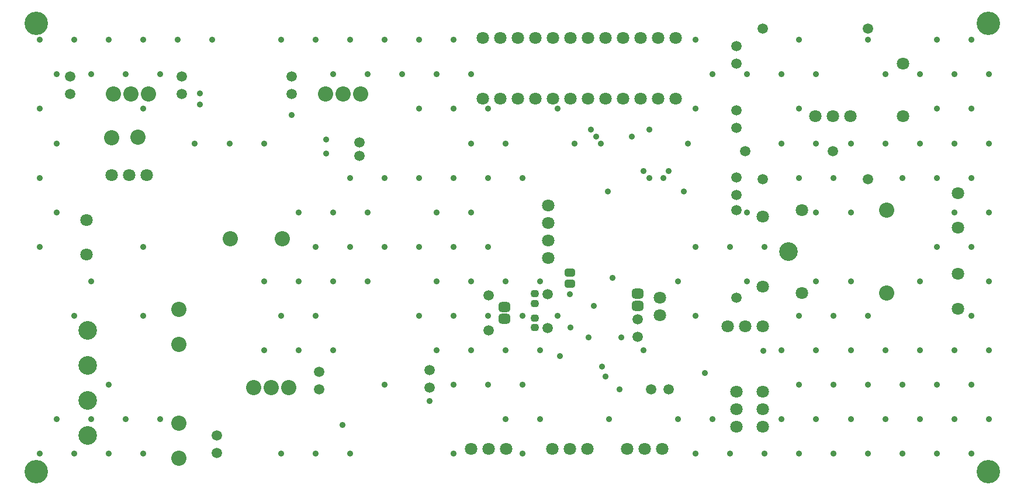
<source format=gbs>
G04*
G04 #@! TF.GenerationSoftware,Altium Limited,Altium Designer,21.9.2 (33)*
G04*
G04 Layer_Color=16711935*
%FSLAX24Y24*%
%MOIN*%
G70*
G04*
G04 #@! TF.SameCoordinates,D973DA56-E0BB-4DEA-AE19-888B2019222A*
G04*
G04*
G04 #@! TF.FilePolarity,Negative*
G04*
G01*
G75*
G04:AMPARAMS|DCode=27|XSize=67.1mil|YSize=57.2mil|CornerRadius=16.3mil|HoleSize=0mil|Usage=FLASHONLY|Rotation=180.000|XOffset=0mil|YOffset=0mil|HoleType=Round|Shape=RoundedRectangle|*
%AMROUNDEDRECTD27*
21,1,0.0671,0.0246,0,0,180.0*
21,1,0.0344,0.0572,0,0,180.0*
1,1,0.0326,-0.0172,0.0123*
1,1,0.0326,0.0172,0.0123*
1,1,0.0326,0.0172,-0.0123*
1,1,0.0326,-0.0172,-0.0123*
%
%ADD27ROUNDEDRECTD27*%
G04:AMPARAMS|DCode=32|XSize=59.2mil|YSize=47.4mil|CornerRadius=13.8mil|HoleSize=0mil|Usage=FLASHONLY|Rotation=0.000|XOffset=0mil|YOffset=0mil|HoleType=Round|Shape=RoundedRectangle|*
%AMROUNDEDRECTD32*
21,1,0.0592,0.0197,0,0,0.0*
21,1,0.0315,0.0474,0,0,0.0*
1,1,0.0277,0.0157,-0.0098*
1,1,0.0277,-0.0157,-0.0098*
1,1,0.0277,-0.0157,0.0098*
1,1,0.0277,0.0157,0.0098*
%
%ADD32ROUNDEDRECTD32*%
%ADD39C,0.1339*%
%ADD40C,0.0709*%
%ADD41C,0.0867*%
%ADD42C,0.0592*%
%ADD43C,0.0710*%
%ADD44C,0.0591*%
%ADD45C,0.1063*%
%ADD46C,0.1064*%
%ADD47C,0.0356*%
G04:AMPARAMS|DCode=61|XSize=43.4mil|YSize=39.5mil|CornerRadius=11.9mil|HoleSize=0mil|Usage=FLASHONLY|Rotation=180.000|XOffset=0mil|YOffset=0mil|HoleType=Round|Shape=RoundedRectangle|*
%AMROUNDEDRECTD61*
21,1,0.0434,0.0157,0,0,180.0*
21,1,0.0197,0.0395,0,0,180.0*
1,1,0.0237,-0.0098,0.0079*
1,1,0.0237,0.0098,0.0079*
1,1,0.0237,0.0098,-0.0079*
1,1,0.0237,-0.0098,-0.0079*
%
%ADD61ROUNDEDRECTD61*%
D27*
X38311Y21467D02*
D03*
Y22156D02*
D03*
X45936Y22217D02*
D03*
Y22906D02*
D03*
D32*
X42061Y24126D02*
D03*
Y23496D02*
D03*
D39*
X65906Y12756D02*
D03*
Y38346D02*
D03*
X11614D02*
D03*
Y12756D02*
D03*
D40*
X38097Y37500D02*
D03*
X40097D02*
D03*
X42097D02*
D03*
X44097D02*
D03*
X48097D02*
D03*
X47097D02*
D03*
X46097D02*
D03*
X45097D02*
D03*
X43097D02*
D03*
X41097D02*
D03*
X39097D02*
D03*
X37097D02*
D03*
X38097Y34050D02*
D03*
X40097D02*
D03*
X42097D02*
D03*
X44097D02*
D03*
X48097D02*
D03*
X47097D02*
D03*
X46097D02*
D03*
X45097D02*
D03*
X43097D02*
D03*
X41097D02*
D03*
X39097D02*
D03*
X37097D02*
D03*
X43061Y14061D02*
D03*
X42061D02*
D03*
X41061D02*
D03*
X47311D02*
D03*
X46311D02*
D03*
X45311D02*
D03*
X14500Y25157D02*
D03*
Y27125D02*
D03*
X64186Y24030D02*
D03*
Y22061D02*
D03*
X51561Y15311D02*
D03*
Y17311D02*
D03*
Y16311D02*
D03*
X56061Y33061D02*
D03*
X57061D02*
D03*
X53061Y27311D02*
D03*
Y23311D02*
D03*
X51061Y21061D02*
D03*
X52061D02*
D03*
X38436Y14061D02*
D03*
X37436D02*
D03*
X36436D02*
D03*
X64186Y28655D02*
D03*
Y26686D02*
D03*
X47186Y22686D02*
D03*
Y21686D02*
D03*
X40811Y24936D02*
D03*
Y25936D02*
D03*
Y26936D02*
D03*
Y27936D02*
D03*
X17936Y29686D02*
D03*
X16936D02*
D03*
X61061Y36061D02*
D03*
Y33061D02*
D03*
X53061Y17311D02*
D03*
Y15311D02*
D03*
Y16311D02*
D03*
D41*
X19750Y20000D02*
D03*
Y15500D02*
D03*
Y13500D02*
D03*
Y22000D02*
D03*
X25639Y26061D02*
D03*
X22686D02*
D03*
X17436Y31831D02*
D03*
X15936Y31811D02*
D03*
X60106Y22949D02*
D03*
Y27673D02*
D03*
X28130Y34311D02*
D03*
X30130D02*
D03*
X29130D02*
D03*
X16005D02*
D03*
X18005D02*
D03*
X17005D02*
D03*
X24005Y17561D02*
D03*
X26005D02*
D03*
X25005D02*
D03*
D42*
X47686Y17436D02*
D03*
X46686D02*
D03*
X13561Y35311D02*
D03*
Y34311D02*
D03*
X19936Y35311D02*
D03*
Y34311D02*
D03*
X26186Y35311D02*
D03*
Y34311D02*
D03*
X21936Y13811D02*
D03*
Y14811D02*
D03*
X27755Y18436D02*
D03*
Y17436D02*
D03*
X34061Y18561D02*
D03*
Y17561D02*
D03*
X51561Y36061D02*
D03*
Y37061D02*
D03*
Y28561D02*
D03*
Y29561D02*
D03*
X59061Y38061D02*
D03*
X53061D02*
D03*
X37436Y20811D02*
D03*
Y22811D02*
D03*
X30061Y30774D02*
D03*
Y31561D02*
D03*
X53061Y29436D02*
D03*
X59061D02*
D03*
X51561Y32374D02*
D03*
Y33374D02*
D03*
X45936Y20436D02*
D03*
Y21436D02*
D03*
D43*
X58061Y33061D02*
D03*
X53061Y21061D02*
D03*
X15936Y29686D02*
D03*
X55303Y22949D02*
D03*
Y27673D02*
D03*
D44*
X51561Y22686D02*
D03*
Y27686D02*
D03*
X40797Y20961D02*
D03*
Y22883D02*
D03*
X52061Y31061D02*
D03*
X57061D02*
D03*
D45*
X14561Y14811D02*
D03*
Y16811D02*
D03*
Y20811D02*
D03*
Y18811D02*
D03*
D46*
X54516Y25311D02*
D03*
D47*
X64961Y37402D02*
D03*
X65945Y35433D02*
D03*
X64961Y33465D02*
D03*
X65945Y31496D02*
D03*
X64961Y29528D02*
D03*
X65945Y27559D02*
D03*
X64961Y25591D02*
D03*
X65945Y23622D02*
D03*
X64961Y21654D02*
D03*
X65945Y19685D02*
D03*
X64961Y17717D02*
D03*
X65945Y15748D02*
D03*
X64961Y13780D02*
D03*
X62992Y37402D02*
D03*
X63976Y35433D02*
D03*
X62992Y33465D02*
D03*
X63976Y31496D02*
D03*
X62992Y29528D02*
D03*
X63976Y27559D02*
D03*
X62992Y25591D02*
D03*
X63976Y19685D02*
D03*
X62992Y17717D02*
D03*
X63976Y15748D02*
D03*
X62992Y13780D02*
D03*
X62008Y35433D02*
D03*
Y31496D02*
D03*
X61024Y29528D02*
D03*
X62008Y23622D02*
D03*
Y19685D02*
D03*
X61024Y17717D02*
D03*
X62008Y15748D02*
D03*
X61024Y13780D02*
D03*
X59055Y37402D02*
D03*
X60039Y35433D02*
D03*
Y31496D02*
D03*
X59055Y21654D02*
D03*
X60039Y19685D02*
D03*
X59055Y17717D02*
D03*
X60039Y15748D02*
D03*
X59055Y13780D02*
D03*
X58071Y31496D02*
D03*
X57087Y29528D02*
D03*
X58071Y27559D02*
D03*
Y23622D02*
D03*
X57087Y21654D02*
D03*
X58071Y19685D02*
D03*
X57087Y17717D02*
D03*
X58071Y15748D02*
D03*
X57087Y13780D02*
D03*
X55118Y37402D02*
D03*
X56102Y35433D02*
D03*
X55118Y33465D02*
D03*
X56102Y31496D02*
D03*
X55118Y29528D02*
D03*
X56102Y27559D02*
D03*
Y23622D02*
D03*
X55118Y21654D02*
D03*
X56102Y19685D02*
D03*
X55118Y17717D02*
D03*
X56102Y15748D02*
D03*
X55118Y13780D02*
D03*
X54134Y35433D02*
D03*
Y31496D02*
D03*
X53150Y25591D02*
D03*
X54134Y19685D02*
D03*
Y15748D02*
D03*
X53150Y13780D02*
D03*
X52165Y35433D02*
D03*
Y27559D02*
D03*
X51181Y25591D02*
D03*
X52165Y23622D02*
D03*
X51181Y13780D02*
D03*
X49213Y37402D02*
D03*
X50197Y35433D02*
D03*
X49213Y33465D02*
D03*
Y25591D02*
D03*
Y21654D02*
D03*
X50197Y15748D02*
D03*
X49213Y13780D02*
D03*
X48228Y23622D02*
D03*
Y15748D02*
D03*
X46260Y19685D02*
D03*
X44291Y15748D02*
D03*
X41339Y33465D02*
D03*
X42323Y31496D02*
D03*
X41339Y21654D02*
D03*
X39370Y29528D02*
D03*
X40354Y23622D02*
D03*
X39370Y21654D02*
D03*
X40354Y19685D02*
D03*
X39370Y17717D02*
D03*
X40354Y15748D02*
D03*
X39370Y13780D02*
D03*
X37402Y33465D02*
D03*
X38386Y31496D02*
D03*
X37402Y29528D02*
D03*
Y25591D02*
D03*
X38386Y23622D02*
D03*
X37402Y21654D02*
D03*
X38386Y19685D02*
D03*
X37402Y17717D02*
D03*
X38386Y15748D02*
D03*
X35433Y37402D02*
D03*
X36417Y35433D02*
D03*
X35433Y33465D02*
D03*
X36417Y31496D02*
D03*
X35433Y29528D02*
D03*
X36417Y27559D02*
D03*
X35433Y25591D02*
D03*
X36417Y23622D02*
D03*
X35433Y21654D02*
D03*
X36417Y19685D02*
D03*
X35433Y17717D02*
D03*
Y13780D02*
D03*
X33465Y37402D02*
D03*
X34449Y35433D02*
D03*
X33465Y33465D02*
D03*
Y29528D02*
D03*
X34449Y27559D02*
D03*
X33465Y25591D02*
D03*
X34449Y23622D02*
D03*
X33465Y21654D02*
D03*
X34449Y19685D02*
D03*
X31496Y37402D02*
D03*
X32480Y35433D02*
D03*
X31496Y29528D02*
D03*
Y25591D02*
D03*
Y17717D02*
D03*
X29528Y37402D02*
D03*
X30512Y35433D02*
D03*
X29528Y29528D02*
D03*
X30512Y27559D02*
D03*
X29528Y25591D02*
D03*
X30512Y23622D02*
D03*
X29528Y13780D02*
D03*
X27559Y37402D02*
D03*
X28543Y35433D02*
D03*
Y27559D02*
D03*
X27559Y25591D02*
D03*
X28543Y23622D02*
D03*
X27559Y21654D02*
D03*
X28543Y19685D02*
D03*
X27559Y13780D02*
D03*
X25591Y37402D02*
D03*
X26575Y27559D02*
D03*
Y23622D02*
D03*
X25591Y21654D02*
D03*
X26575Y19685D02*
D03*
X25591Y13780D02*
D03*
X24606Y31496D02*
D03*
Y23622D02*
D03*
Y19685D02*
D03*
X21654Y37402D02*
D03*
X22638Y31496D02*
D03*
X19685Y37402D02*
D03*
X20669Y31496D02*
D03*
X17717Y37402D02*
D03*
X18701Y35433D02*
D03*
X17717Y33465D02*
D03*
Y25591D02*
D03*
Y21654D02*
D03*
X18701Y15748D02*
D03*
X17717Y13780D02*
D03*
X15748Y37402D02*
D03*
X16732Y35433D02*
D03*
X15748Y17717D02*
D03*
X16732Y15748D02*
D03*
X15748Y13780D02*
D03*
X13780Y37402D02*
D03*
X14764Y35433D02*
D03*
Y23622D02*
D03*
X13780Y21654D02*
D03*
X14764Y15748D02*
D03*
X13780Y13780D02*
D03*
X11811Y37402D02*
D03*
X12795Y35433D02*
D03*
X11811Y33465D02*
D03*
X12795Y31496D02*
D03*
X11811Y29528D02*
D03*
X12795Y27559D02*
D03*
X11811Y25591D02*
D03*
X12795Y15748D02*
D03*
X11811Y13780D02*
D03*
X20945Y33701D02*
D03*
Y34331D02*
D03*
X28150Y30914D02*
D03*
Y31701D02*
D03*
X26181Y33110D02*
D03*
X49759Y18386D02*
D03*
X29094Y15413D02*
D03*
X34055Y16772D02*
D03*
X43131Y20408D02*
D03*
X44985D02*
D03*
X41488Y19350D02*
D03*
X43890Y18732D02*
D03*
X44075Y18177D02*
D03*
X44894Y17433D02*
D03*
X53071Y19646D02*
D03*
X43425Y22205D02*
D03*
X44488Y23819D02*
D03*
X48543Y28740D02*
D03*
X44213D02*
D03*
X48780Y31496D02*
D03*
X47677Y29921D02*
D03*
X47402Y29528D02*
D03*
X46575D02*
D03*
X46260Y29921D02*
D03*
X42087Y20984D02*
D03*
X45591Y31890D02*
D03*
X43819Y31496D02*
D03*
X43543Y31890D02*
D03*
X43268Y32283D02*
D03*
X46575D02*
D03*
X42047Y22874D02*
D03*
D61*
X40061Y20973D02*
D03*
Y21524D02*
D03*
X40061Y22899D02*
D03*
Y22348D02*
D03*
M02*

</source>
